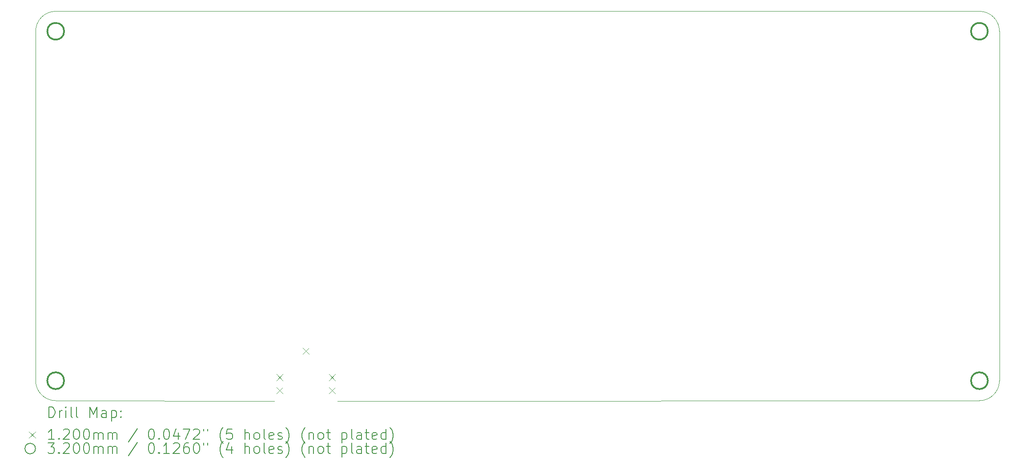
<source format=gbr>
%FSLAX45Y45*%
G04 Gerber Fmt 4.5, Leading zero omitted, Abs format (unit mm)*
G04 Created by KiCad (PCBNEW (6.0.0)) date 2022-11-09 00:41:29*
%MOMM*%
%LPD*%
G01*
G04 APERTURE LIST*
%TA.AperFunction,Profile*%
%ADD10C,0.100000*%
%TD*%
%ADD11C,0.200000*%
%ADD12C,0.120000*%
%ADD13C,0.320000*%
G04 APERTURE END LIST*
D10*
X5715000Y-5715000D02*
X22860000Y-5715000D01*
X9433000Y-13150000D02*
X5270500Y-13144500D01*
X4889500Y-6096000D02*
X4889500Y-11811000D01*
X23241000Y-12763500D02*
X23241000Y-6096000D01*
X5270500Y-5715000D02*
G75*
G03*
X4889500Y-6096000I0J-381000D01*
G01*
X4889500Y-11811000D02*
X4889500Y-12763500D01*
X10633000Y-13150000D02*
X22860000Y-13144500D01*
X4889500Y-12763500D02*
G75*
G03*
X5270500Y-13144500I381000J0D01*
G01*
X23241000Y-6096000D02*
G75*
G03*
X22860000Y-5715000I-381000J0D01*
G01*
X22860000Y-13144500D02*
G75*
G03*
X23241000Y-12763500I0J381000D01*
G01*
X5715000Y-5715000D02*
X5270500Y-5715000D01*
D11*
D12*
X9473000Y-12640000D02*
X9593000Y-12760000D01*
X9593000Y-12640000D02*
X9473000Y-12760000D01*
X9473000Y-12890000D02*
X9593000Y-13010000D01*
X9593000Y-12890000D02*
X9473000Y-13010000D01*
X9973000Y-12140000D02*
X10093000Y-12260000D01*
X10093000Y-12140000D02*
X9973000Y-12260000D01*
X10473000Y-12640000D02*
X10593000Y-12760000D01*
X10593000Y-12640000D02*
X10473000Y-12760000D01*
X10473000Y-12890000D02*
X10593000Y-13010000D01*
X10593000Y-12890000D02*
X10473000Y-13010000D01*
D13*
X5430500Y-6096000D02*
G75*
G03*
X5430500Y-6096000I-160000J0D01*
G01*
X5430500Y-12763500D02*
G75*
G03*
X5430500Y-12763500I-160000J0D01*
G01*
X23020000Y-6096000D02*
G75*
G03*
X23020000Y-6096000I-160000J0D01*
G01*
X23020000Y-12763500D02*
G75*
G03*
X23020000Y-12763500I-160000J0D01*
G01*
D11*
X5142119Y-13465476D02*
X5142119Y-13265476D01*
X5189738Y-13265476D01*
X5218310Y-13275000D01*
X5237357Y-13294048D01*
X5246881Y-13313095D01*
X5256405Y-13351190D01*
X5256405Y-13379762D01*
X5246881Y-13417857D01*
X5237357Y-13436905D01*
X5218310Y-13455952D01*
X5189738Y-13465476D01*
X5142119Y-13465476D01*
X5342119Y-13465476D02*
X5342119Y-13332143D01*
X5342119Y-13370238D02*
X5351643Y-13351190D01*
X5361167Y-13341667D01*
X5380214Y-13332143D01*
X5399262Y-13332143D01*
X5465929Y-13465476D02*
X5465929Y-13332143D01*
X5465929Y-13265476D02*
X5456405Y-13275000D01*
X5465929Y-13284524D01*
X5475452Y-13275000D01*
X5465929Y-13265476D01*
X5465929Y-13284524D01*
X5589738Y-13465476D02*
X5570690Y-13455952D01*
X5561167Y-13436905D01*
X5561167Y-13265476D01*
X5694500Y-13465476D02*
X5675452Y-13455952D01*
X5665928Y-13436905D01*
X5665928Y-13265476D01*
X5923071Y-13465476D02*
X5923071Y-13265476D01*
X5989738Y-13408333D01*
X6056405Y-13265476D01*
X6056405Y-13465476D01*
X6237357Y-13465476D02*
X6237357Y-13360714D01*
X6227833Y-13341667D01*
X6208786Y-13332143D01*
X6170690Y-13332143D01*
X6151643Y-13341667D01*
X6237357Y-13455952D02*
X6218309Y-13465476D01*
X6170690Y-13465476D01*
X6151643Y-13455952D01*
X6142119Y-13436905D01*
X6142119Y-13417857D01*
X6151643Y-13398809D01*
X6170690Y-13389286D01*
X6218309Y-13389286D01*
X6237357Y-13379762D01*
X6332595Y-13332143D02*
X6332595Y-13532143D01*
X6332595Y-13341667D02*
X6351643Y-13332143D01*
X6389738Y-13332143D01*
X6408786Y-13341667D01*
X6418309Y-13351190D01*
X6427833Y-13370238D01*
X6427833Y-13427381D01*
X6418309Y-13446428D01*
X6408786Y-13455952D01*
X6389738Y-13465476D01*
X6351643Y-13465476D01*
X6332595Y-13455952D01*
X6513548Y-13446428D02*
X6523071Y-13455952D01*
X6513548Y-13465476D01*
X6504024Y-13455952D01*
X6513548Y-13446428D01*
X6513548Y-13465476D01*
X6513548Y-13341667D02*
X6523071Y-13351190D01*
X6513548Y-13360714D01*
X6504024Y-13351190D01*
X6513548Y-13341667D01*
X6513548Y-13360714D01*
D12*
X4764500Y-13735000D02*
X4884500Y-13855000D01*
X4884500Y-13735000D02*
X4764500Y-13855000D01*
D11*
X5246881Y-13885476D02*
X5132595Y-13885476D01*
X5189738Y-13885476D02*
X5189738Y-13685476D01*
X5170690Y-13714048D01*
X5151643Y-13733095D01*
X5132595Y-13742619D01*
X5332595Y-13866428D02*
X5342119Y-13875952D01*
X5332595Y-13885476D01*
X5323071Y-13875952D01*
X5332595Y-13866428D01*
X5332595Y-13885476D01*
X5418310Y-13704524D02*
X5427833Y-13695000D01*
X5446881Y-13685476D01*
X5494500Y-13685476D01*
X5513548Y-13695000D01*
X5523071Y-13704524D01*
X5532595Y-13723571D01*
X5532595Y-13742619D01*
X5523071Y-13771190D01*
X5408786Y-13885476D01*
X5532595Y-13885476D01*
X5656405Y-13685476D02*
X5675452Y-13685476D01*
X5694500Y-13695000D01*
X5704024Y-13704524D01*
X5713548Y-13723571D01*
X5723071Y-13761667D01*
X5723071Y-13809286D01*
X5713548Y-13847381D01*
X5704024Y-13866428D01*
X5694500Y-13875952D01*
X5675452Y-13885476D01*
X5656405Y-13885476D01*
X5637357Y-13875952D01*
X5627833Y-13866428D01*
X5618309Y-13847381D01*
X5608786Y-13809286D01*
X5608786Y-13761667D01*
X5618309Y-13723571D01*
X5627833Y-13704524D01*
X5637357Y-13695000D01*
X5656405Y-13685476D01*
X5846881Y-13685476D02*
X5865928Y-13685476D01*
X5884976Y-13695000D01*
X5894500Y-13704524D01*
X5904024Y-13723571D01*
X5913548Y-13761667D01*
X5913548Y-13809286D01*
X5904024Y-13847381D01*
X5894500Y-13866428D01*
X5884976Y-13875952D01*
X5865928Y-13885476D01*
X5846881Y-13885476D01*
X5827833Y-13875952D01*
X5818309Y-13866428D01*
X5808786Y-13847381D01*
X5799262Y-13809286D01*
X5799262Y-13761667D01*
X5808786Y-13723571D01*
X5818309Y-13704524D01*
X5827833Y-13695000D01*
X5846881Y-13685476D01*
X5999262Y-13885476D02*
X5999262Y-13752143D01*
X5999262Y-13771190D02*
X6008786Y-13761667D01*
X6027833Y-13752143D01*
X6056405Y-13752143D01*
X6075452Y-13761667D01*
X6084976Y-13780714D01*
X6084976Y-13885476D01*
X6084976Y-13780714D02*
X6094500Y-13761667D01*
X6113548Y-13752143D01*
X6142119Y-13752143D01*
X6161167Y-13761667D01*
X6170690Y-13780714D01*
X6170690Y-13885476D01*
X6265928Y-13885476D02*
X6265928Y-13752143D01*
X6265928Y-13771190D02*
X6275452Y-13761667D01*
X6294500Y-13752143D01*
X6323071Y-13752143D01*
X6342119Y-13761667D01*
X6351643Y-13780714D01*
X6351643Y-13885476D01*
X6351643Y-13780714D02*
X6361167Y-13761667D01*
X6380214Y-13752143D01*
X6408786Y-13752143D01*
X6427833Y-13761667D01*
X6437357Y-13780714D01*
X6437357Y-13885476D01*
X6827833Y-13675952D02*
X6656405Y-13933095D01*
X7084976Y-13685476D02*
X7104024Y-13685476D01*
X7123071Y-13695000D01*
X7132595Y-13704524D01*
X7142119Y-13723571D01*
X7151643Y-13761667D01*
X7151643Y-13809286D01*
X7142119Y-13847381D01*
X7132595Y-13866428D01*
X7123071Y-13875952D01*
X7104024Y-13885476D01*
X7084976Y-13885476D01*
X7065928Y-13875952D01*
X7056405Y-13866428D01*
X7046881Y-13847381D01*
X7037357Y-13809286D01*
X7037357Y-13761667D01*
X7046881Y-13723571D01*
X7056405Y-13704524D01*
X7065928Y-13695000D01*
X7084976Y-13685476D01*
X7237357Y-13866428D02*
X7246881Y-13875952D01*
X7237357Y-13885476D01*
X7227833Y-13875952D01*
X7237357Y-13866428D01*
X7237357Y-13885476D01*
X7370690Y-13685476D02*
X7389738Y-13685476D01*
X7408786Y-13695000D01*
X7418309Y-13704524D01*
X7427833Y-13723571D01*
X7437357Y-13761667D01*
X7437357Y-13809286D01*
X7427833Y-13847381D01*
X7418309Y-13866428D01*
X7408786Y-13875952D01*
X7389738Y-13885476D01*
X7370690Y-13885476D01*
X7351643Y-13875952D01*
X7342119Y-13866428D01*
X7332595Y-13847381D01*
X7323071Y-13809286D01*
X7323071Y-13761667D01*
X7332595Y-13723571D01*
X7342119Y-13704524D01*
X7351643Y-13695000D01*
X7370690Y-13685476D01*
X7608786Y-13752143D02*
X7608786Y-13885476D01*
X7561167Y-13675952D02*
X7513548Y-13818809D01*
X7637357Y-13818809D01*
X7694500Y-13685476D02*
X7827833Y-13685476D01*
X7742119Y-13885476D01*
X7894500Y-13704524D02*
X7904024Y-13695000D01*
X7923071Y-13685476D01*
X7970690Y-13685476D01*
X7989738Y-13695000D01*
X7999262Y-13704524D01*
X8008786Y-13723571D01*
X8008786Y-13742619D01*
X7999262Y-13771190D01*
X7884976Y-13885476D01*
X8008786Y-13885476D01*
X8084976Y-13685476D02*
X8084976Y-13723571D01*
X8161167Y-13685476D02*
X8161167Y-13723571D01*
X8456405Y-13961667D02*
X8446881Y-13952143D01*
X8427833Y-13923571D01*
X8418310Y-13904524D01*
X8408786Y-13875952D01*
X8399262Y-13828333D01*
X8399262Y-13790238D01*
X8408786Y-13742619D01*
X8418310Y-13714048D01*
X8427833Y-13695000D01*
X8446881Y-13666428D01*
X8456405Y-13656905D01*
X8627833Y-13685476D02*
X8532595Y-13685476D01*
X8523071Y-13780714D01*
X8532595Y-13771190D01*
X8551643Y-13761667D01*
X8599262Y-13761667D01*
X8618310Y-13771190D01*
X8627833Y-13780714D01*
X8637357Y-13799762D01*
X8637357Y-13847381D01*
X8627833Y-13866428D01*
X8618310Y-13875952D01*
X8599262Y-13885476D01*
X8551643Y-13885476D01*
X8532595Y-13875952D01*
X8523071Y-13866428D01*
X8875452Y-13885476D02*
X8875452Y-13685476D01*
X8961167Y-13885476D02*
X8961167Y-13780714D01*
X8951643Y-13761667D01*
X8932595Y-13752143D01*
X8904024Y-13752143D01*
X8884976Y-13761667D01*
X8875452Y-13771190D01*
X9084976Y-13885476D02*
X9065929Y-13875952D01*
X9056405Y-13866428D01*
X9046881Y-13847381D01*
X9046881Y-13790238D01*
X9056405Y-13771190D01*
X9065929Y-13761667D01*
X9084976Y-13752143D01*
X9113548Y-13752143D01*
X9132595Y-13761667D01*
X9142119Y-13771190D01*
X9151643Y-13790238D01*
X9151643Y-13847381D01*
X9142119Y-13866428D01*
X9132595Y-13875952D01*
X9113548Y-13885476D01*
X9084976Y-13885476D01*
X9265929Y-13885476D02*
X9246881Y-13875952D01*
X9237357Y-13856905D01*
X9237357Y-13685476D01*
X9418310Y-13875952D02*
X9399262Y-13885476D01*
X9361167Y-13885476D01*
X9342119Y-13875952D01*
X9332595Y-13856905D01*
X9332595Y-13780714D01*
X9342119Y-13761667D01*
X9361167Y-13752143D01*
X9399262Y-13752143D01*
X9418310Y-13761667D01*
X9427833Y-13780714D01*
X9427833Y-13799762D01*
X9332595Y-13818809D01*
X9504024Y-13875952D02*
X9523071Y-13885476D01*
X9561167Y-13885476D01*
X9580214Y-13875952D01*
X9589738Y-13856905D01*
X9589738Y-13847381D01*
X9580214Y-13828333D01*
X9561167Y-13818809D01*
X9532595Y-13818809D01*
X9513548Y-13809286D01*
X9504024Y-13790238D01*
X9504024Y-13780714D01*
X9513548Y-13761667D01*
X9532595Y-13752143D01*
X9561167Y-13752143D01*
X9580214Y-13761667D01*
X9656405Y-13961667D02*
X9665929Y-13952143D01*
X9684976Y-13923571D01*
X9694500Y-13904524D01*
X9704024Y-13875952D01*
X9713548Y-13828333D01*
X9713548Y-13790238D01*
X9704024Y-13742619D01*
X9694500Y-13714048D01*
X9684976Y-13695000D01*
X9665929Y-13666428D01*
X9656405Y-13656905D01*
X10018310Y-13961667D02*
X10008786Y-13952143D01*
X9989738Y-13923571D01*
X9980214Y-13904524D01*
X9970690Y-13875952D01*
X9961167Y-13828333D01*
X9961167Y-13790238D01*
X9970690Y-13742619D01*
X9980214Y-13714048D01*
X9989738Y-13695000D01*
X10008786Y-13666428D01*
X10018310Y-13656905D01*
X10094500Y-13752143D02*
X10094500Y-13885476D01*
X10094500Y-13771190D02*
X10104024Y-13761667D01*
X10123071Y-13752143D01*
X10151643Y-13752143D01*
X10170690Y-13761667D01*
X10180214Y-13780714D01*
X10180214Y-13885476D01*
X10304024Y-13885476D02*
X10284976Y-13875952D01*
X10275452Y-13866428D01*
X10265929Y-13847381D01*
X10265929Y-13790238D01*
X10275452Y-13771190D01*
X10284976Y-13761667D01*
X10304024Y-13752143D01*
X10332595Y-13752143D01*
X10351643Y-13761667D01*
X10361167Y-13771190D01*
X10370690Y-13790238D01*
X10370690Y-13847381D01*
X10361167Y-13866428D01*
X10351643Y-13875952D01*
X10332595Y-13885476D01*
X10304024Y-13885476D01*
X10427833Y-13752143D02*
X10504024Y-13752143D01*
X10456405Y-13685476D02*
X10456405Y-13856905D01*
X10465929Y-13875952D01*
X10484976Y-13885476D01*
X10504024Y-13885476D01*
X10723071Y-13752143D02*
X10723071Y-13952143D01*
X10723071Y-13761667D02*
X10742119Y-13752143D01*
X10780214Y-13752143D01*
X10799262Y-13761667D01*
X10808786Y-13771190D01*
X10818310Y-13790238D01*
X10818310Y-13847381D01*
X10808786Y-13866428D01*
X10799262Y-13875952D01*
X10780214Y-13885476D01*
X10742119Y-13885476D01*
X10723071Y-13875952D01*
X10932595Y-13885476D02*
X10913548Y-13875952D01*
X10904024Y-13856905D01*
X10904024Y-13685476D01*
X11094500Y-13885476D02*
X11094500Y-13780714D01*
X11084976Y-13761667D01*
X11065929Y-13752143D01*
X11027833Y-13752143D01*
X11008786Y-13761667D01*
X11094500Y-13875952D02*
X11075452Y-13885476D01*
X11027833Y-13885476D01*
X11008786Y-13875952D01*
X10999262Y-13856905D01*
X10999262Y-13837857D01*
X11008786Y-13818809D01*
X11027833Y-13809286D01*
X11075452Y-13809286D01*
X11094500Y-13799762D01*
X11161167Y-13752143D02*
X11237357Y-13752143D01*
X11189738Y-13685476D02*
X11189738Y-13856905D01*
X11199262Y-13875952D01*
X11218309Y-13885476D01*
X11237357Y-13885476D01*
X11380214Y-13875952D02*
X11361167Y-13885476D01*
X11323071Y-13885476D01*
X11304024Y-13875952D01*
X11294500Y-13856905D01*
X11294500Y-13780714D01*
X11304024Y-13761667D01*
X11323071Y-13752143D01*
X11361167Y-13752143D01*
X11380214Y-13761667D01*
X11389738Y-13780714D01*
X11389738Y-13799762D01*
X11294500Y-13818809D01*
X11561167Y-13885476D02*
X11561167Y-13685476D01*
X11561167Y-13875952D02*
X11542119Y-13885476D01*
X11504024Y-13885476D01*
X11484976Y-13875952D01*
X11475452Y-13866428D01*
X11465928Y-13847381D01*
X11465928Y-13790238D01*
X11475452Y-13771190D01*
X11484976Y-13761667D01*
X11504024Y-13752143D01*
X11542119Y-13752143D01*
X11561167Y-13761667D01*
X11637357Y-13961667D02*
X11646881Y-13952143D01*
X11665928Y-13923571D01*
X11675452Y-13904524D01*
X11684976Y-13875952D01*
X11694500Y-13828333D01*
X11694500Y-13790238D01*
X11684976Y-13742619D01*
X11675452Y-13714048D01*
X11665928Y-13695000D01*
X11646881Y-13666428D01*
X11637357Y-13656905D01*
X4884500Y-14059000D02*
G75*
G03*
X4884500Y-14059000I-100000J0D01*
G01*
X5123071Y-13949476D02*
X5246881Y-13949476D01*
X5180214Y-14025667D01*
X5208786Y-14025667D01*
X5227833Y-14035190D01*
X5237357Y-14044714D01*
X5246881Y-14063762D01*
X5246881Y-14111381D01*
X5237357Y-14130428D01*
X5227833Y-14139952D01*
X5208786Y-14149476D01*
X5151643Y-14149476D01*
X5132595Y-14139952D01*
X5123071Y-14130428D01*
X5332595Y-14130428D02*
X5342119Y-14139952D01*
X5332595Y-14149476D01*
X5323071Y-14139952D01*
X5332595Y-14130428D01*
X5332595Y-14149476D01*
X5418310Y-13968524D02*
X5427833Y-13959000D01*
X5446881Y-13949476D01*
X5494500Y-13949476D01*
X5513548Y-13959000D01*
X5523071Y-13968524D01*
X5532595Y-13987571D01*
X5532595Y-14006619D01*
X5523071Y-14035190D01*
X5408786Y-14149476D01*
X5532595Y-14149476D01*
X5656405Y-13949476D02*
X5675452Y-13949476D01*
X5694500Y-13959000D01*
X5704024Y-13968524D01*
X5713548Y-13987571D01*
X5723071Y-14025667D01*
X5723071Y-14073286D01*
X5713548Y-14111381D01*
X5704024Y-14130428D01*
X5694500Y-14139952D01*
X5675452Y-14149476D01*
X5656405Y-14149476D01*
X5637357Y-14139952D01*
X5627833Y-14130428D01*
X5618309Y-14111381D01*
X5608786Y-14073286D01*
X5608786Y-14025667D01*
X5618309Y-13987571D01*
X5627833Y-13968524D01*
X5637357Y-13959000D01*
X5656405Y-13949476D01*
X5846881Y-13949476D02*
X5865928Y-13949476D01*
X5884976Y-13959000D01*
X5894500Y-13968524D01*
X5904024Y-13987571D01*
X5913548Y-14025667D01*
X5913548Y-14073286D01*
X5904024Y-14111381D01*
X5894500Y-14130428D01*
X5884976Y-14139952D01*
X5865928Y-14149476D01*
X5846881Y-14149476D01*
X5827833Y-14139952D01*
X5818309Y-14130428D01*
X5808786Y-14111381D01*
X5799262Y-14073286D01*
X5799262Y-14025667D01*
X5808786Y-13987571D01*
X5818309Y-13968524D01*
X5827833Y-13959000D01*
X5846881Y-13949476D01*
X5999262Y-14149476D02*
X5999262Y-14016143D01*
X5999262Y-14035190D02*
X6008786Y-14025667D01*
X6027833Y-14016143D01*
X6056405Y-14016143D01*
X6075452Y-14025667D01*
X6084976Y-14044714D01*
X6084976Y-14149476D01*
X6084976Y-14044714D02*
X6094500Y-14025667D01*
X6113548Y-14016143D01*
X6142119Y-14016143D01*
X6161167Y-14025667D01*
X6170690Y-14044714D01*
X6170690Y-14149476D01*
X6265928Y-14149476D02*
X6265928Y-14016143D01*
X6265928Y-14035190D02*
X6275452Y-14025667D01*
X6294500Y-14016143D01*
X6323071Y-14016143D01*
X6342119Y-14025667D01*
X6351643Y-14044714D01*
X6351643Y-14149476D01*
X6351643Y-14044714D02*
X6361167Y-14025667D01*
X6380214Y-14016143D01*
X6408786Y-14016143D01*
X6427833Y-14025667D01*
X6437357Y-14044714D01*
X6437357Y-14149476D01*
X6827833Y-13939952D02*
X6656405Y-14197095D01*
X7084976Y-13949476D02*
X7104024Y-13949476D01*
X7123071Y-13959000D01*
X7132595Y-13968524D01*
X7142119Y-13987571D01*
X7151643Y-14025667D01*
X7151643Y-14073286D01*
X7142119Y-14111381D01*
X7132595Y-14130428D01*
X7123071Y-14139952D01*
X7104024Y-14149476D01*
X7084976Y-14149476D01*
X7065928Y-14139952D01*
X7056405Y-14130428D01*
X7046881Y-14111381D01*
X7037357Y-14073286D01*
X7037357Y-14025667D01*
X7046881Y-13987571D01*
X7056405Y-13968524D01*
X7065928Y-13959000D01*
X7084976Y-13949476D01*
X7237357Y-14130428D02*
X7246881Y-14139952D01*
X7237357Y-14149476D01*
X7227833Y-14139952D01*
X7237357Y-14130428D01*
X7237357Y-14149476D01*
X7437357Y-14149476D02*
X7323071Y-14149476D01*
X7380214Y-14149476D02*
X7380214Y-13949476D01*
X7361167Y-13978048D01*
X7342119Y-13997095D01*
X7323071Y-14006619D01*
X7513548Y-13968524D02*
X7523071Y-13959000D01*
X7542119Y-13949476D01*
X7589738Y-13949476D01*
X7608786Y-13959000D01*
X7618309Y-13968524D01*
X7627833Y-13987571D01*
X7627833Y-14006619D01*
X7618309Y-14035190D01*
X7504024Y-14149476D01*
X7627833Y-14149476D01*
X7799262Y-13949476D02*
X7761167Y-13949476D01*
X7742119Y-13959000D01*
X7732595Y-13968524D01*
X7713548Y-13997095D01*
X7704024Y-14035190D01*
X7704024Y-14111381D01*
X7713548Y-14130428D01*
X7723071Y-14139952D01*
X7742119Y-14149476D01*
X7780214Y-14149476D01*
X7799262Y-14139952D01*
X7808786Y-14130428D01*
X7818309Y-14111381D01*
X7818309Y-14063762D01*
X7808786Y-14044714D01*
X7799262Y-14035190D01*
X7780214Y-14025667D01*
X7742119Y-14025667D01*
X7723071Y-14035190D01*
X7713548Y-14044714D01*
X7704024Y-14063762D01*
X7942119Y-13949476D02*
X7961167Y-13949476D01*
X7980214Y-13959000D01*
X7989738Y-13968524D01*
X7999262Y-13987571D01*
X8008786Y-14025667D01*
X8008786Y-14073286D01*
X7999262Y-14111381D01*
X7989738Y-14130428D01*
X7980214Y-14139952D01*
X7961167Y-14149476D01*
X7942119Y-14149476D01*
X7923071Y-14139952D01*
X7913548Y-14130428D01*
X7904024Y-14111381D01*
X7894500Y-14073286D01*
X7894500Y-14025667D01*
X7904024Y-13987571D01*
X7913548Y-13968524D01*
X7923071Y-13959000D01*
X7942119Y-13949476D01*
X8084976Y-13949476D02*
X8084976Y-13987571D01*
X8161167Y-13949476D02*
X8161167Y-13987571D01*
X8456405Y-14225667D02*
X8446881Y-14216143D01*
X8427833Y-14187571D01*
X8418310Y-14168524D01*
X8408786Y-14139952D01*
X8399262Y-14092333D01*
X8399262Y-14054238D01*
X8408786Y-14006619D01*
X8418310Y-13978048D01*
X8427833Y-13959000D01*
X8446881Y-13930428D01*
X8456405Y-13920905D01*
X8618310Y-14016143D02*
X8618310Y-14149476D01*
X8570690Y-13939952D02*
X8523071Y-14082809D01*
X8646881Y-14082809D01*
X8875452Y-14149476D02*
X8875452Y-13949476D01*
X8961167Y-14149476D02*
X8961167Y-14044714D01*
X8951643Y-14025667D01*
X8932595Y-14016143D01*
X8904024Y-14016143D01*
X8884976Y-14025667D01*
X8875452Y-14035190D01*
X9084976Y-14149476D02*
X9065929Y-14139952D01*
X9056405Y-14130428D01*
X9046881Y-14111381D01*
X9046881Y-14054238D01*
X9056405Y-14035190D01*
X9065929Y-14025667D01*
X9084976Y-14016143D01*
X9113548Y-14016143D01*
X9132595Y-14025667D01*
X9142119Y-14035190D01*
X9151643Y-14054238D01*
X9151643Y-14111381D01*
X9142119Y-14130428D01*
X9132595Y-14139952D01*
X9113548Y-14149476D01*
X9084976Y-14149476D01*
X9265929Y-14149476D02*
X9246881Y-14139952D01*
X9237357Y-14120905D01*
X9237357Y-13949476D01*
X9418310Y-14139952D02*
X9399262Y-14149476D01*
X9361167Y-14149476D01*
X9342119Y-14139952D01*
X9332595Y-14120905D01*
X9332595Y-14044714D01*
X9342119Y-14025667D01*
X9361167Y-14016143D01*
X9399262Y-14016143D01*
X9418310Y-14025667D01*
X9427833Y-14044714D01*
X9427833Y-14063762D01*
X9332595Y-14082809D01*
X9504024Y-14139952D02*
X9523071Y-14149476D01*
X9561167Y-14149476D01*
X9580214Y-14139952D01*
X9589738Y-14120905D01*
X9589738Y-14111381D01*
X9580214Y-14092333D01*
X9561167Y-14082809D01*
X9532595Y-14082809D01*
X9513548Y-14073286D01*
X9504024Y-14054238D01*
X9504024Y-14044714D01*
X9513548Y-14025667D01*
X9532595Y-14016143D01*
X9561167Y-14016143D01*
X9580214Y-14025667D01*
X9656405Y-14225667D02*
X9665929Y-14216143D01*
X9684976Y-14187571D01*
X9694500Y-14168524D01*
X9704024Y-14139952D01*
X9713548Y-14092333D01*
X9713548Y-14054238D01*
X9704024Y-14006619D01*
X9694500Y-13978048D01*
X9684976Y-13959000D01*
X9665929Y-13930428D01*
X9656405Y-13920905D01*
X10018310Y-14225667D02*
X10008786Y-14216143D01*
X9989738Y-14187571D01*
X9980214Y-14168524D01*
X9970690Y-14139952D01*
X9961167Y-14092333D01*
X9961167Y-14054238D01*
X9970690Y-14006619D01*
X9980214Y-13978048D01*
X9989738Y-13959000D01*
X10008786Y-13930428D01*
X10018310Y-13920905D01*
X10094500Y-14016143D02*
X10094500Y-14149476D01*
X10094500Y-14035190D02*
X10104024Y-14025667D01*
X10123071Y-14016143D01*
X10151643Y-14016143D01*
X10170690Y-14025667D01*
X10180214Y-14044714D01*
X10180214Y-14149476D01*
X10304024Y-14149476D02*
X10284976Y-14139952D01*
X10275452Y-14130428D01*
X10265929Y-14111381D01*
X10265929Y-14054238D01*
X10275452Y-14035190D01*
X10284976Y-14025667D01*
X10304024Y-14016143D01*
X10332595Y-14016143D01*
X10351643Y-14025667D01*
X10361167Y-14035190D01*
X10370690Y-14054238D01*
X10370690Y-14111381D01*
X10361167Y-14130428D01*
X10351643Y-14139952D01*
X10332595Y-14149476D01*
X10304024Y-14149476D01*
X10427833Y-14016143D02*
X10504024Y-14016143D01*
X10456405Y-13949476D02*
X10456405Y-14120905D01*
X10465929Y-14139952D01*
X10484976Y-14149476D01*
X10504024Y-14149476D01*
X10723071Y-14016143D02*
X10723071Y-14216143D01*
X10723071Y-14025667D02*
X10742119Y-14016143D01*
X10780214Y-14016143D01*
X10799262Y-14025667D01*
X10808786Y-14035190D01*
X10818310Y-14054238D01*
X10818310Y-14111381D01*
X10808786Y-14130428D01*
X10799262Y-14139952D01*
X10780214Y-14149476D01*
X10742119Y-14149476D01*
X10723071Y-14139952D01*
X10932595Y-14149476D02*
X10913548Y-14139952D01*
X10904024Y-14120905D01*
X10904024Y-13949476D01*
X11094500Y-14149476D02*
X11094500Y-14044714D01*
X11084976Y-14025667D01*
X11065929Y-14016143D01*
X11027833Y-14016143D01*
X11008786Y-14025667D01*
X11094500Y-14139952D02*
X11075452Y-14149476D01*
X11027833Y-14149476D01*
X11008786Y-14139952D01*
X10999262Y-14120905D01*
X10999262Y-14101857D01*
X11008786Y-14082809D01*
X11027833Y-14073286D01*
X11075452Y-14073286D01*
X11094500Y-14063762D01*
X11161167Y-14016143D02*
X11237357Y-14016143D01*
X11189738Y-13949476D02*
X11189738Y-14120905D01*
X11199262Y-14139952D01*
X11218309Y-14149476D01*
X11237357Y-14149476D01*
X11380214Y-14139952D02*
X11361167Y-14149476D01*
X11323071Y-14149476D01*
X11304024Y-14139952D01*
X11294500Y-14120905D01*
X11294500Y-14044714D01*
X11304024Y-14025667D01*
X11323071Y-14016143D01*
X11361167Y-14016143D01*
X11380214Y-14025667D01*
X11389738Y-14044714D01*
X11389738Y-14063762D01*
X11294500Y-14082809D01*
X11561167Y-14149476D02*
X11561167Y-13949476D01*
X11561167Y-14139952D02*
X11542119Y-14149476D01*
X11504024Y-14149476D01*
X11484976Y-14139952D01*
X11475452Y-14130428D01*
X11465928Y-14111381D01*
X11465928Y-14054238D01*
X11475452Y-14035190D01*
X11484976Y-14025667D01*
X11504024Y-14016143D01*
X11542119Y-14016143D01*
X11561167Y-14025667D01*
X11637357Y-14225667D02*
X11646881Y-14216143D01*
X11665928Y-14187571D01*
X11675452Y-14168524D01*
X11684976Y-14139952D01*
X11694500Y-14092333D01*
X11694500Y-14054238D01*
X11684976Y-14006619D01*
X11675452Y-13978048D01*
X11665928Y-13959000D01*
X11646881Y-13930428D01*
X11637357Y-13920905D01*
M02*

</source>
